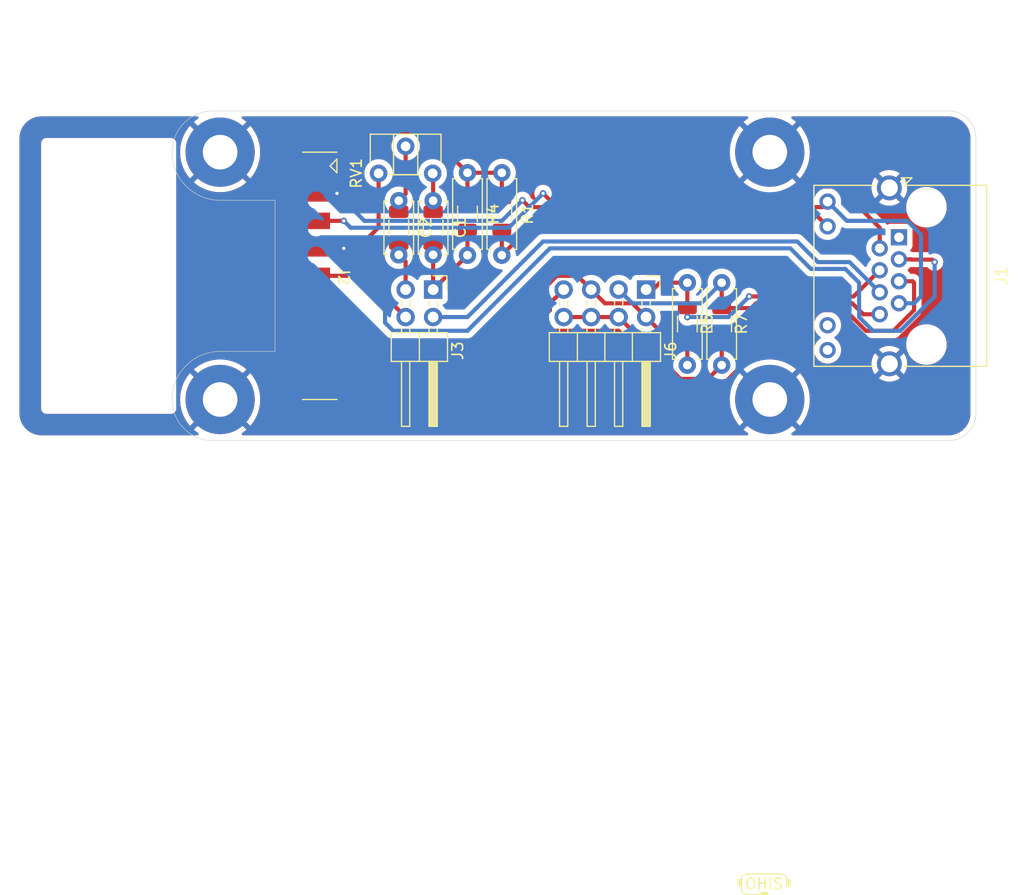
<source format=kicad_pcb>
(kicad_pcb (version 20240108) (generator "pcbnew") (generator_version "8.0")
  (layers (0 "F.Cu" signal) (31 "B.Cu" signal) (34 "B.Paste" user) (35 "F.Paste" user) (36 "B.SilkS" user "B.Silkscreen") (37 "F.SilkS" user "F.Silkscreen") (38 "B.Mask" user) (39 "F.Mask" user) (44 "Edge.Cuts" user))
  (net 0 "")
  (net 1 "Net-(J1-Pad10)")
  (net 2 "~{Radio PTT}")
  (net 3 "Radio Mic Gnd")
  (net 4 "Radio HP Right")
  (net 5 "Radio HP Left")
  (net 6 "HP Left")
  (net 7 "HP Right")
  (net 8 "Net-(C1-Pad1)")
  (net 9 "OHIS Mic+")
  (net 10 "Net-(C2-Pad1)")
  (net 11 "Shield")
  (net 14 "Radio HP Gnd")
  (net 15 "Radio Power Gnd")
  (net 16 "Radio Mic+")
  (net 17 "Radio +V")
  (net 18 "Net-(J3-Pin_1)")
  (net 19 "Net-(J3-Pin_3)")
  (net 20 "Net-(J6-Pin_4)")
  (footprint "Capacitor_THT:C_Disc_D4.7mm_W2.5mm_P5.00mm" (layer "F.Cu") (at 99.06 71.795 -90)
    (property "Reference" "C2" (at 2.5 -2.5 90) (layer "F.SilkS"))
    (property "Value" "10uF")
    (fp_line (start 0.03 1.37) (end 4.97 1.37) (stroke (width 0.12)) (layer "F.SilkS"))
    (fp_line (start 0.03 1.055) (end 0.03 1.37) (stroke (width 0.12)) (layer "F.SilkS"))
    (fp_line (start 4.97 1.055) (end 4.97 1.37) (stroke (width 0.12)) (layer "F.SilkS"))
    (fp_line (start 0.03 -1.37) (end 0.03 -1.055) (stroke (width 0.12)) (layer "F.SilkS"))
    (fp_line (start 0.03 -1.37) (end 4.97 -1.37) (stroke (width 0.12)) (layer "F.SilkS"))
    (fp_line (start 4.97 -1.37) (end 4.97 -1.055) (stroke (width 0.12)) (layer "F.SilkS"))
    (pad "1" thru_hole circle (at 0 0 270) (size 1.6 1.6) (drill 0.8) (layers "*.Cu" "*.Mask") (net 10 "Net-(C2-Pad1)"))
    (pad "2" thru_hole circle (at 5 0 270) (size 1.6 1.6) (drill 0.8) (layers "*.Cu" "*.Mask") (net 19 "Net-(J3-Pin_3)"))
  )
  (footprint "MountingHole:MountingHole_3.2mm_M3_Pad" (layer "F.Cu") (at 133.35 90.17)
    (property "Reference" "H4" (hide yes))
    (property "Value" "MountingHole_Pad")
    (pad "1" thru_hole circle (at 0 0) (size 6.4 6.4) (drill 3.2) (layers "*.Cu" "*.Mask") (net 11 "Shield"))
  )
  (footprint "Resistor_THT:R_Axial_DIN0207_L6.3mm_D2.5mm_P7.62mm_Horizontal" (layer "F.Cu") (at 125.73 79.375 -90)
    (property "Reference" "R6" (hide yes))
    (property "Value" "100R")
    (fp_line (start 0.54 1.37) (end 7.08 1.37) (stroke (width 0.12)) (layer "F.SilkS"))
    (fp_line (start 7.08 1.37) (end 7.08 1.04) (stroke (width 0.12)) (layer "F.SilkS"))
    (fp_line (start 0.54 1.04) (end 0.54 1.37) (stroke (width 0.12)) (layer "F.SilkS"))
    (fp_line (start 0.54 -1.04) (end 0.54 -1.37) (stroke (width 0.12)) (layer "F.SilkS"))
    (fp_line (start 0.54 -1.37) (end 7.08 -1.37) (stroke (width 0.12)) (layer "F.SilkS"))
    (fp_line (start 7.08 -1.37) (end 7.08 -1.04) (stroke (width 0.12)) (layer "F.SilkS"))
    (pad "1" thru_hole circle (at 0 0 270) (size 1.6 1.6) (drill 0.8) (layers "*.Cu" "*.Mask") (net 6 "HP Left"))
    (pad "2" thru_hole oval (at 7.62 0 270) (size 1.6 1.6) (drill 0.8) (layers "*.Cu" "*.Mask") (net 5 "Radio HP Left"))
  )
  (footprint "Connector_PinHeader_2.54mm:PinHeader_2x04_P2.54mm_Horizontal" (layer "F.Cu") (at 121.92 80.01 -90)
    (property "Reference" "J6" (at 5.655 -2.27 90) (layer "F.SilkS"))
    (property "Value" "Speaker Input Config")
    (fp_line (start 3.98 8.95) (end 6.64 8.95) (stroke (width 0.12)) (layer "F.SilkS"))
    (fp_line (start 6.64 8.95) (end 6.64 -1.33) (stroke (width 0.12)) (layer "F.SilkS"))
    (fp_line (start 1.042929 8) (end 1.497071 8) (stroke (width 0.12)) (layer "F.SilkS"))
    (fp_line (start 3.582929 8) (end 3.98 8) (stroke (width 0.12)) (layer "F.SilkS"))
    (fp_line (start 12.64 8) (end 6.64 8) (stroke (width 0.12)) (layer "F.SilkS"))
    (fp_line (start 1.042929 7.24) (end 1.497071 7.24) (stroke (width 0.12)) (layer "F.SilkS"))
    (fp_line (start 3.582929 7.24) (end 3.98 7.24) (stroke (width 0.12)) (layer "F.SilkS"))
    (fp_line (start 6.64 7.24) (end 12.64 7.24) (stroke (width 0.12)) (layer "F.SilkS"))
    (fp_line (start 12.64 7.24) (end 12.64 8) (stroke (width 0.12)) (layer "F.SilkS"))
    (fp_line (start 3.98 6.35) (end 6.64 6.35) (stroke (width 0.12)) (layer "F.SilkS"))
    (fp_line (start 1.042929 5.46) (end 1.497071 5.46) (stroke (width 0.12)) (layer "F.SilkS"))
    (fp_line (start 3.582929 5.46) (end 3.98 5.46) (stroke (width 0.12)) (layer "F.SilkS"))
    (fp_line (start 12.64 5.46) (end 6.64 5.46) (stroke (width 0.12)) (layer "F.SilkS"))
    (fp_line (start 1.042929 4.7) (end 1.497071 4.7) (stroke (width 0.12)) (layer "F.SilkS"))
    (fp_line (start 3.582929 4.7) (end 3.98 4.7) (stroke (width 0.12)) (layer "F.SilkS"))
    (fp_line (start 6.64 4.7) (end 12.64 4.7) (stroke (width 0.12)) (layer "F.SilkS"))
    (fp_line (start 12.64 4.7) (end 12.64 5.46) (stroke (width 0.12)) (layer "F.SilkS"))
    (fp_line (start 3.98 3.81) (end 6.64 3.81) (stroke (width 0.12)) (layer "F.SilkS"))
    (fp_line (start 1.042929 2.92) (end 1.497071 2.92) (stroke (width 0.12)) (layer "F.SilkS"))
    (fp_line (start 3.582929 2.92) (end 3.98 2.92) (stroke (width 0.12)) (layer "F.SilkS"))
    (fp_line (start 12.64 2.92) (end 6.64 2.92) (stroke (width 0.12)) (layer "F.SilkS"))
    (fp_line (start 1.042929 2.16) (end 1.497071 2.16) (stroke (width 0.12)) (layer "F.SilkS"))
    (fp_line (start 3.582929 2.16) (end 3.98 2.16) (stroke (width 0.12)) (layer "F.SilkS"))
    (fp_line (start 6.64 2.16) (end 12.64 2.16) (stroke (width 0.12)) (layer "F.SilkS"))
    (fp_line (start 12.64 2.16) (end 12.64 2.92) (stroke (width 0.12)) (layer "F.SilkS"))
    (fp_line (start 3.98 1.27) (end 6.64 1.27) (stroke (width 0.12)) (layer "F.SilkS"))
    (fp_line (start 1.11 0.38) (end 1.497071 0.38) (stroke (width 0.12)) (layer "F.SilkS"))
    (fp_line (start 3.582929 0.38) (end 3.98 0.38) (stroke (width 0.12)) (layer "F.SilkS"))
    (fp_line (start 12.64 0.38) (end 6.64 0.38) (stroke (width 0.12)) (layer "F.SilkS"))
    (fp_line (start 6.64 0.28) (end 12.64 0.28) (stroke (width 0.12)) (layer "F.SilkS"))
    (fp_line (start 6.64 0.16) (end 12.64 0.16) (stroke (width 0.12)) (layer "F.SilkS"))
    (fp_line (start 6.64 0.04) (end 12.64 0.04) (stroke (width 0.12)) (layer "F.SilkS"))
    (fp_line (start -1.27 0) (end -1.27 -1.27) (stroke (width 0.12)) (layer "F.SilkS"))
    (fp_line (start 6.64 -0.08) (end 12.64 -0.08) (stroke (width 0.12)) (layer "F.SilkS"))
    (fp_line (start 6.64 -0.2) (end 12.64 -0.2) (stroke (width 0.12)) (layer "F.SilkS"))
    (fp_line (start 6.64 -0.32) (end 12.64 -0.32) (stroke (width 0.12)) (layer "F.SilkS"))
    (fp_line (start 1.11 -0.38) (end 1.497071 -0.38) (stroke (width 0.12)) (layer "F.SilkS"))
    (fp_line (start 3.582929 -0.38) (end 3.98 -0.38) (stroke (width 0.12)) (layer "F.SilkS"))
    (fp_line (start 6.64 -0.38) (end 12.64 -0.38) (stroke (width 0.12)) (layer "F.SilkS"))
    (fp_line (start 12.64 -0.38) (end 12.64 0.38) (stroke (width 0.12)) (layer "F.SilkS"))
    (fp_line (start -1.27 -1.27) (end 0 -1.27) (stroke (width 0.12)) (layer "F.SilkS"))
    (fp_line (start 3.98 -1.33) (end 3.98 8.95) (stroke (width 0.12)) (layer "F.SilkS"))
    (fp_line (start 6.64 -1.33) (end 3.98 -1.33) (stroke (width 0.12)) (layer "F.SilkS"))
    (pad "1" thru_hole rect (at 0 0 270) (size 1.7 1.7) (drill 1) (layers "*.Cu" "*.Mask") (net 6 "HP Left"))
    (pad "2" thru_hole oval (at 2.54 0 270) (size 1.7 1.7) (drill 1) (layers "*.Cu" "*.Mask") (net 5 "Radio HP Left"))
    (pad "3" thru_hole oval (at 0 2.54 270) (size 1.7 1.7) (drill 1) (layers "*.Cu" "*.Mask") (net 7 "HP Right"))
    (pad "4" thru_hole oval (at 2.54 2.54 270) (size 1.7 1.7) (drill 1) (layers "*.Cu" "*.Mask") (net 20 "Net-(J6-Pin_4)"))
    (pad "5" thru_hole oval (at 0 5.08 270) (size 1.7 1.7) (drill 1) (layers "*.Cu" "*.Mask") (net 5 "Radio HP Left"))
    (pad "6" thru_hole oval (at 2.54 5.08 270) (size 1.7 1.7) (drill 1) (layers "*.Cu" "*.Mask") (net 20 "Net-(J6-Pin_4)"))
    (pad "7" thru_hole oval (at 0 7.62 270) (size 1.7 1.7) (drill 1) (layers "*.Cu" "*.Mask") (net 4 "Radio HP Right"))
    (pad "8" thru_hole oval (at 2.54 7.62 270) (size 1.7 1.7) (drill 1) (layers "*.Cu" "*.Mask") (net 20 "Net-(J6-Pin_4)"))
  )
  (footprint "Resistor_THT:R_Axial_DIN0207_L6.3mm_D2.5mm_P7.62mm_Horizontal" (layer "F.Cu") (at 105.41 69.215 -90)
    (property "Reference" "R4" (at 3.81 -2.37 90) (layer "F.SilkS"))
    (property "Value" "6.2k")
    (fp_line (start 0.54 1.37) (end 7.08 1.37) (stroke (width 0.12)) (layer "F.SilkS"))
    (fp_line (start 7.08 1.37) (end 7.08 1.04) (stroke (width 0.12)) (layer "F.SilkS"))
    (fp_line (start 0.54 1.04) (end 0.54 1.37) (stroke (width 0.12)) (layer "F.SilkS"))
    (fp_line (start 0.54 -1.04) (end 0.54 -1.37) (stroke (width 0.12)) (layer "F.SilkS"))
    (fp_line (start 0.54 -1.37) (end 7.08 -1.37) (stroke (width 0.12)) (layer "F.SilkS"))
    (fp_line (start 7.08 -1.37) (end 7.08 -1.04) (stroke (width 0.12)) (layer "F.SilkS"))
    (pad "1" thru_hole circle (at 0 0 270) (size 1.6 1.6) (drill 0.8) (layers "*.Cu" "*.Mask") (net 17 "Radio +V"))
    (pad "2" thru_hole oval (at 7.62 0 270) (size 1.6 1.6) (drill 0.8) (layers "*.Cu" "*.Mask") (net 18 "Net-(J3-Pin_1)"))
  )
  (footprint "Resistor_THT:R_Axial_DIN0207_L6.3mm_D2.5mm_P7.62mm_Horizontal" (layer "F.Cu") (at 108.585 69.215 -90)
    (property "Reference" "R1" (at 3.81 -2.37 90) (layer "F.SilkS"))
    (property "Value" "1k")
    (fp_line (start 0.54 1.37) (end 7.08 1.37) (stroke (width 0.12)) (layer "F.SilkS"))
    (fp_line (start 7.08 1.37) (end 7.08 1.04) (stroke (width 0.12)) (layer "F.SilkS"))
    (fp_line (start 0.54 1.04) (end 0.54 1.37) (stroke (width 0.12)) (layer "F.SilkS"))
    (fp_line (start 0.54 -1.04) (end 0.54 -1.37) (stroke (width 0.12)) (layer "F.SilkS"))
    (fp_line (start 0.54 -1.37) (end 7.08 -1.37) (stroke (width 0.12)) (layer "F.SilkS"))
    (fp_line (start 7.08 -1.37) (end 7.08 -1.04) (stroke (width 0.12)) (layer "F.SilkS"))
    (pad "1" thru_hole circle (at 0 0 270) (size 1.6 1.6) (drill 0.8) (layers "*.Cu" "*.Mask") (net 17 "Radio +V"))
    (pad "2" thru_hole oval (at 7.62 0 270) (size 1.6 1.6) (drill 0.8) (layers "*.Cu" "*.Mask") (net 1 "Net-(J1-Pad10)"))
  )
  (footprint "Capacitor_SMD:C_1206_3216Metric" (layer "F.Cu") (at 99.06 74.295 -90)
    (property "Reference" "C4" (hide yes))
    (property "Value" "10uF")
    (fp_line (start -0.711252 0.91) (end 0.711252 0.91) (stroke (width 0.12)) (layer "F.SilkS"))
    (fp_line (start -0.711252 -0.91) (end 0.711252 -0.91) (stroke (width 0.12)) (layer "F.SilkS"))
    (pad "1" smd roundrect (at -1.475 0 270) (size 1.15 1.8) (layers "F.Cu" "F.Paste" "F.Mask") (roundrect_rratio 0.217391) (net 10 "Net-(C2-Pad1)"))
    (pad "2" smd roundrect (at 1.475 0 270) (size 1.15 1.8) (layers "F.Cu" "F.Paste" "F.Mask") (roundrect_rratio 0.217391) (net 19 "Net-(J3-Pin_3)"))
  )
  (footprint "Libraries:Conn_B2B-RA_2.54mm_9pin_LtoR" (layer "F.Cu") (at 90.17 78.74 -90)
    (property "Reference" "J2" (at 0 -3.81 -90) (layer "F.SilkS"))
    (property "Value" "Radio Board")
    (fp_line (start -11.43 0) (end -11.43 -3.175) (stroke (width 0.12)) (layer "F.SilkS"))
    (fp_line (start 11.43 0) (end 11.43 -3.175) (stroke (width 0.12)) (layer "F.SilkS"))
    (fp_line (start -10.16 -2.54) (end -9.525 -3.175) (stroke (width 0.12)) (layer "F.SilkS"))
    (fp_line (start -10.795 -3.175) (end -10.16 -2.54) (stroke (width 0.12)) (layer "F.SilkS"))
    (fp_line (start -9.525 -3.175) (end -10.795 -3.175) (stroke (width 0.12)) (layer "F.SilkS"))
    (pad "1" smd rect (at -10.16 -1.143 270) (size 1.524 2.794) (layers "F.Cu" "F.Paste" "F.Mask") (net 17 "Radio +V"))
    (pad "2" smd rect (at -7.62 -1.143 270) (size 1.524 2.794) (layers "F.Cu" "F.Paste" "F.Mask") (net 15 "Radio Power Gnd"))
    (pad "3" smd rect (at -5.08 -1.143 270) (size 1.524 2.794) (layers "F.Cu" "F.Paste" "F.Mask") (net 2 "~{Radio PTT}"))
    (pad "4" smd rect (at -2.54 -1.143 270) (size 1.524 2.794) (layers "F.Cu" "F.Paste" "F.Mask") (net 3 "Radio Mic Gnd"))
    (pad "5" smd rect (at 0 -1.143 270) (size 1.524 2.794) (layers "F.Cu" "F.Paste" "F.Mask") (net 16 "Radio Mic+"))
    (pad "6" smd rect (at 2.54 -1.143 270) (size 1.524 2.794) (layers "F.Cu" "F.Paste" "F.Mask") (net 5 "Radio HP Left"))
    (pad "7" smd rect (at 5.08 -1.143 270) (size 1.524 2.794) (layers "F.Cu" "F.Paste" "F.Mask") (net 4 "Radio HP Right"))
    (pad "8" smd rect (at 7.62 -1.143 270) (size 1.524 2.794) (layers "F.Cu" "F.Paste" "F.Mask") (net 14 "Radio HP Gnd"))
    (pad "9" smd rect (at 10.16 -1.143 270) (size 1.524 2.794) (layers "F.Cu" "F.Paste" "F.Mask") (net 11 "Shield"))
  )
  (footprint "Capacitor_THT:C_Disc_D4.7mm_W2.5mm_P5.00mm" (layer "F.Cu") (at 102.235 71.795 -90)
    (property "Reference" "C1" (at 2.5 -2.5 90) (layer "F.SilkS"))
    (property "Value" "10uF")
    (fp_line (start 0.03 1.37) (end 4.97 1.37) (stroke (width 0.12)) (layer "F.SilkS"))
    (fp_line (start 0.03 1.055) (end 0.03 1.37) (stroke (width 0.12)) (layer "F.SilkS"))
    (fp_line (start 4.97 1.055) (end 4.97 1.37) (stroke (width 0.12)) (layer "F.SilkS"))
    (fp_line (start 0.03 -1.37) (end 0.03 -1.055) (stroke (width 0.12)) (layer "F.SilkS"))
    (fp_line (start 0.03 -1.37) (end 4.97 -1.37) (stroke (width 0.12)) (layer "F.SilkS"))
    (fp_line (start 4.97 -1.37) (end 4.97 -1.055) (stroke (width 0.12)) (layer "F.SilkS"))
    (pad "1" thru_hole circle (at 0 0 270) (size 1.6 1.6) (drill 0.8) (layers "*.Cu" "*.Mask") (net 8 "Net-(C1-Pad1)"))
    (pad "2" thru_hole circle (at 5 0 270) (size 1.6 1.6) (drill 0.8) (layers "*.Cu" "*.Mask") (net 18 "Net-(J3-Pin_1)"))
  )
  (footprint "Resistor_SMD:R_1206_3216Metric" (layer "F.Cu") (at 108.585 73.025 -90)
    (property "Reference" "R12" (hide yes))
    (property "Value" "1k")
    (fp_line (start -0.727064 0.91) (end 0.727064 0.91) (stroke (width 0.12)) (layer "F.SilkS"))
    (fp_line (start -0.727064 -0.91) (end 0.727064 -0.91) (stroke (width 0.12)) (layer "F.SilkS"))
    (pad "1" smd roundrect (at -1.4625 0 270) (size 1.125 1.75) (layers "F.Cu" "F.Paste" "F.Mask") (roundrect_rratio 0.222222) (net 17 "Radio +V"))
    (pad "2" smd roundrect (at 1.4625 0 270) (size 1.125 1.75) (layers "F.Cu" "F.Paste" "F.Mask") (roundrect_rratio 0.222222) (net 1 "Net-(J1-Pad10)"))
  )
  (footprint "Resistor_SMD:R_1206_3216Metric" (layer "F.Cu") (at 128.905 83.185 -90)
    (property "Reference" "R7" (at 0 -1.82 90) (layer "F.SilkS"))
    (property "Value" "100R")
    (fp_line (start -0.727064 0.91) (end 0.727064 0.91) (stroke (width 0.12)) (layer "F.SilkS"))
    (fp_line (start -0.727064 -0.91) (end 0.727064 -0.91) (stroke (width 0.12)) (layer "F.SilkS"))
    (pad "1" smd roundrect (at -1.4625 0 270) (size 1.125 1.75) (layers "F.Cu" "F.Paste" "F.Mask") (roundrect_rratio 0.222222) (net 7 "HP Right"))
    (pad "2" smd roundrect (at 1.4625 0 270) (size 1.125 1.75) (layers "F.Cu" "F.Paste" "F.Mask") (roundrect_rratio 0.222222) (net 20 "Net-(J6-Pin_4)"))
  )
  (footprint "Connector_PinHeader_2.54mm:PinHeader_2x02_P2.54mm_Horizontal" (layer "F.Cu") (at 102.235 80.01 -90)
    (property "Reference" "J3" (at 5.655 -2.27 90) (layer "F.SilkS"))
    (property "Value" "Dynamic/Electret")
    (fp_line (start 3.98 3.87) (end 6.64 3.87) (stroke (width 0.12)) (layer "F.SilkS"))
    (fp_line (start 6.64 3.87) (end 6.64 -1.33) (stroke (width 0.12)) (layer "F.SilkS"))
    (fp_line (start 1.042929 2.92) (end 1.497071 2.92) (stroke (width 0.12)) (layer "F.SilkS"))
    (fp_line (start 3.582929 2.92) (end 3.98 2.92) (stroke (width 0.12)) (layer "F.SilkS"))
    (fp_line (start 12.64 2.92) (end 6.64 2.92) (stroke (width 0.12)) (layer "F.SilkS"))
    (fp_line (start 1.042929 2.16) (end 1.497071 2.16) (stroke (width 0.12)) (layer "F.SilkS"))
    (fp_line (start 3.582929 2.16) (end 3.98 2.16) (stroke (width 0.12)) (layer "F.SilkS"))
    (fp_line (start 6.64 2.16) (end 12.64 2.16) (stroke (width 0.12)) (layer "F.SilkS"))
    (fp_line (start 12.64 2.16) (end 12.64 2.92) (stroke (width 0.12)) (layer "F.SilkS"))
    (fp_line (start 3.98 1.27) (end 6.64 1.27) (stroke (width 0.12)) (layer "F.SilkS"))
    (fp_line (start 1.11 0.38) (end 1.497071 0.38) (stroke (width 0.12)) (layer "F.SilkS"))
    (fp_line (start 3.582929 0.38) (end 3.98 0.38) (stroke (width 0.12)) (layer "F.SilkS"))
    (fp_line (start 12.64 0.38) (end 6.64 0.38) (stroke (width 0.12)) (layer "F.SilkS"))
    (fp_line (start 6.64 0.28) (end 12.64 0.28) (stroke (width 0.12)) (layer "F.SilkS"))
    (fp_line (start 6.64 0.16) (end 12.64 0.16) (stroke (width 0.12)) (layer "F.SilkS"))
    (fp_line (start 6.64 0.04) (end 12.64 0.04) (stroke (width 0.12)) (layer "F.SilkS"))
    (fp_line (start -1.27 0) (end -1.27 -1.27) (stroke (width 0.12)) (layer "F.SilkS"))
    (fp_line (start 6.64 -0.08) (end 12.64 -0.08) (stroke (width 0.12)) (layer "F.SilkS"))
    (fp_line (start 6.64 -0.2) (end 12.64 -0.2) (stroke (width 0.12)) (layer "F.SilkS"))
    (fp_line (start 6.64 -0.32) (end 12.64 -0.32) (stroke (width 0.12)) (layer "F.SilkS"))
    (fp_line (start 1.11 -0.38) (end 1.497071 -0.38) (stroke (width 0.12)) (layer "F.SilkS"))
    (fp_line (start 3.582929 -0.38) (end 3.98 -0.38) (stroke (width 0.12)) (layer "F.SilkS"))
    (fp_line (start 6.64 -0.38) (end 12.64 -0.38) (stroke (width 0.12)) (layer "F.SilkS"))
    (fp_line (start 12.64 -0.38) (end 12.64 0.38) (stroke (width 0.12)) (layer "F.SilkS"))
    (fp_line (start -1.27 -1.27) (end 0 -1.27) (stroke (width 0.12)) (layer "F.SilkS"))
    (fp_line (start 3.98 -1.33) (end 3.98 3.87) (stroke (width 0.12)) (layer "F.SilkS"))
    (fp_line (start 6.64 -1.33) (end 3.98 -1.33) (stroke (width 0.12)) (layer "F.SilkS"))
    (pad "1" thru_hole rect (at 0 0 270) (size 1.7 1.7) (drill 1) (layers "*.Cu" "*.Mask") (net 18 "Net-(J3-Pin_1)"))
    (pad "2" thru_hole oval (at 2.54 0 270) (size 1.7 1.7) (drill 1) (layers "*.Cu" "*.Mask") (net 9 "OHIS Mic+"))
    (pad "3" thru_hole oval (at 0 2.54 270) (size 1.7 1.7) (drill 1) (layers "*.Cu" "*.Mask") (net 19 "Net-(J3-Pin_3)"))
    (pad "4" thru_hole oval (at 2.54 2.54 270) (size 1.7 1.7) (drill 1) (layers "*.Cu" "*.Mask") (net 16 "Radio Mic+"))
  )
  (footprint "Resistor_SMD:R_1206_3216Metric" (layer "F.Cu") (at 105.41 73.025 -90)
    (property "Reference" "R11" (hide yes))
    (property "Value" "6.2k")
    (fp_line (start -0.727064 0.91) (end 0.727064 0.91) (stroke (width 0.12)) (layer "F.SilkS"))
    (fp_line (start -0.727064 -0.91) (end 0.727064 -0.91) (stroke (width 0.12)) (layer "F.SilkS"))
    (pad "1" smd roundrect (at -1.4625 0 270) (size 1.125 1.75) (layers "F.Cu" "F.Paste" "F.Mask") (roundrect_rratio 0.222222) (net 17 "Radio +V"))
    (pad "2" smd roundrect (at 1.4625 0 270) (size 1.125 1.75) (layers "F.Cu" "F.Paste" "F.Mask") (roundrect_rratio 0.222222) (net 18 "Net-(J3-Pin_1)"))
  )
  (footprint "Resistor_SMD:R_1206_3216Metric" (layer "F.Cu") (at 125.73 83.185 -90)
    (property "Reference" "R5" (at 0 -1.82 90) (layer "F.SilkS"))
    (property "Value" "100R")
    (fp_line (start -0.727064 0.91) (end 0.727064 0.91) (stroke (width 0.12)) (layer "F.SilkS"))
    (fp_line (start -0.727064 -0.91) (end 0.727064 -0.91) (stroke (width 0.12)) (layer "F.SilkS"))
    (pad "1" smd roundrect (at -1.4625 0 270) (size 1.125 1.75) (layers "F.Cu" "F.Paste" "F.Mask") (roundrect_rratio 0.222222) (net 6 "HP Left"))
    (pad "2" smd roundrect (at 1.4625 0 270) (size 1.125 1.75) (layers "F.Cu" "F.Paste" "F.Mask") (roundrect_rratio 0.222222) (net 5 "Radio HP Left"))
  )
  (footprint "Resistor_THT:R_Axial_DIN0207_L6.3mm_D2.5mm_P7.62mm_Horizontal" (layer "F.Cu") (at 128.905 86.995 90)
    (property "Reference" "R8" (hide yes))
    (property "Value" "100R")
    (fp_line (start 7.08 -1.37) (end 7.08 -1.04) (stroke (width 0.12)) (layer "F.SilkS"))
    (fp_line (start 0.54 -1.37) (end 7.08 -1.37) (stroke (width 0.12)) (layer "F.SilkS"))
    (fp_line (start 0.54 -1.04) (end 0.54 -1.37) (stroke (width 0.12)) (layer "F.SilkS"))
    (fp_line (start 0.54 1.04) (end 0.54 1.37) (stroke (width 0.12)) (layer "F.SilkS"))
    (fp_line (start 7.08 1.37) (end 7.08 1.04) (stroke (width 0.12)) (layer "F.SilkS"))
    (fp_line (start 0.54 1.37) (end 7.08 1.37) (stroke (width 0.12)) (layer "F.SilkS"))
    (pad "1" thru_hole circle (at 0 0 90) (size 1.6 1.6) (drill 0.8) (layers "*.Cu" "*.Mask") (net 20 "Net-(J6-Pin_4)"))
    (pad "2" thru_hole oval (at 7.62 0 90) (size 1.6 1.6) (drill 0.8) (layers "*.Cu" "*.Mask") (net 7 "HP Right"))
  )
  (footprint "Potentiometer_THT:Potentiometer_Piher_PT-6-H_Horizontal" (layer "F.Cu") (at 97.195 69.27 90)
    (property "Reference" "RV1" (at 0 -2.06 -90) (layer "F.SilkS"))
    (property "Value" "1k")
    (fp_line (start 3.62 -0.77) (end 3.62 5.77) (stroke (width 0.12)) (layer "F.SilkS"))
    (fp_line (start 0.925 -0.77) (end 3.62 -0.77) (stroke (width 0.12)) (layer "F.SilkS"))
    (fp_line (start -0.121 1.066) (end -0.121 3.935) (stroke (width 0.12)) (layer "F.SilkS"))
    (fp_line (start 3.62 1.38) (end 3.62 3.62) (stroke (width 0.12)) (layer "F.SilkS"))
    (fp_line (start -0.121 1.38) (end 3.62 1.38) (stroke (width 0.12)) (layer "F.SilkS"))
    (fp_line (start -0.121 1.38) (end -0.121 3.62) (stroke (width 0.12)) (layer "F.SilkS"))
    (fp_line (start -0.121 3.62) (end 3.62 3.62) (stroke (width 0.12)) (layer "F.SilkS"))
    (fp_line (start 0.925 5.77) (end 3.62 5.77) (stroke (width 0.12)) (layer "F.SilkS"))
    (pad "1" thru_hole circle (at 0 0 90) (size 1.62 1.62) (drill 0.9) (layers "*.Cu" "*.Mask") (net 3 "Radio Mic Gnd"))
    (pad "2" thru_hole circle (at 2.5 2.5 90) (size 1.62 1.62) (drill 0.9) (layers "*.Cu" "*.Mask") (net 10 "Net-(C2-Pad1)"))
    (pad "3" thru_hole circle (at 0 5 90) (size 1.62 1.62) (drill 0.9) (layers "*.Cu" "*.Mask") (net 8 "Net-(C1-Pad1)"))
  )
  (footprint "Connector_RJ:RJ45_Amphenol_RJHSE538X" (layer "F.Cu") (at 145.29 75.18 -90)
    (property "Reference" "J1" (at 3.56 -9.5 90) (layer "F.SilkS"))
    (property "Value" "OHIS RJ45" (hide yes))
    (fp_line (start -4.805 7.86) (end 11.925 7.86) (stroke (width 0.12)) (layer "F.SilkS"))
    (fp_line (start -4.805 7.86) (end -4.805 2.3) (stroke (width 0.12)) (layer "F.SilkS"))
    (fp_line (start 11.925 7.86) (end 11.925 2.3) (stroke (width 0.12)) (layer "F.SilkS"))
    (fp_line (start -5.5 -0.2) (end -5.5 -1.2) (stroke (width 0.12)) (layer "F.SilkS"))
    (fp_line (start -5 -0.7) (end -5.5 -0.2) (stroke (width 0.12)) (layer "F.SilkS"))
    (fp_line (start -5.5 -1.2) (end -5 -0.7) (stroke (width 0.12)) (layer "F.SilkS"))
    (fp_line (start -4.805 -8.11) (end -4.805 -0.5) (stroke (width 0.12)) (layer "F.SilkS"))
    (fp_line (start -4.805 -8.11) (end 11.925 -8.11) (stroke (width 0.12)) (layer "F.SilkS"))
    (fp_line (start 11.925 -8.11) (end 11.925 -0.5) (stroke (width 0.12)) (layer "F.SilkS"))
    (pad "" np_thru_hole circle (at -2.79 -2.54 270) (size 3.25 3.25) (drill 3.25) (layers "*.Cu" "*.Mask"))
    (pad "" np_thru_hole circle (at 9.91 -2.54 270) (size 3.25 3.25) (drill 3.25) (layers "*.Cu" "*.Mask"))
    (pad "1" thru_hole rect (at 0 0 270) (size 1.5 1.5) (drill 0.89) (layers "*.Cu" "*.Mask"))
    (pad "2" thru_hole circle (at 1.016 1.78 270) (size 1.5 1.5) (drill 0.89) (layers "*.Cu" "*.Mask") (net 2 "~{Radio PTT}"))
    (pad "3" thru_hole circle (at 2.032 0 270) (size 1.5 1.5) (drill 0.89) (layers "*.Cu" "*.Mask") (net 3 "Radio Mic Gnd"))
    (pad "4" thru_hole circle (at 3.048 1.78 270) (size 1.5 1.5) (drill 0.89) (layers "*.Cu" "*.Mask") (net 6 "HP Left"))
    (pad "5" thru_hole circle (at 4.064 0 270) (size 1.5 1.5) (drill 0.89) (layers "*.Cu" "*.Mask") (net 14 "Radio HP Gnd"))
    (pad "6" thru_hole circle (at 5.08 1.78 270) (size 1.5 1.5) (drill 0.89) (layers "*.Cu" "*.Mask") (net 9 "OHIS Mic+"))
    (pad "7" thru_hole circle (at 6.096 0 270) (size 1.5 1.5) (drill 0.89) (layers "*.Cu" "*.Mask") (net 15 "Radio Power Gnd"))
    (pad "8" thru_hole circle (at 7.112 1.78 270) (size 1.5 1.5) (drill 0.89) (layers "*.Cu" "*.Mask") (net 7 "HP Right"))
    (pad "9" thru_hole circle (at -3.3 6.6 270) (size 1.5 1.5) (drill 0.89) (layers "*.Cu" "*.Mask") (net 15 "Radio Power Gnd"))
    (pad "10" thru_hole circle (at -1.01 6.6 270) (size 1.5 1.5) (drill 0.89) (layers "*.Cu" "*.Mask") (net 1 "Net-(J1-Pad10)"))
    (pad "11" thru_hole circle (at 8.13 6.6 270) (size 1.5 1.5) (drill 0.89) (layers "*.Cu" "*.Mask"))
    (pad "12" thru_hole circle (at 10.42 6.6 270) (size 1.5 1.5) (drill 0.89) (layers "*.Cu" "*.Mask"))
    (pad "SH" thru_hole circle (at -4.57 0.89 270) (size 2.3 2.3) (drill 1.57) (layers "*.Cu" "*.Mask") (net 11 "Shield"))
    (pad "SH" thru_hole circle (at 11.69 0.89 270) (size 2.3 2.3) (drill 1.57) (layers "*.Cu" "*.Mask") (net 11 "Shield"))
  )
  (footprint "Capacitor_SMD:C_1206_3216Metric" (layer "F.Cu") (at 102.235 74.295 -90)
    (property "Reference" "C3" (hide yes))
    (property "Value" "10uF")
    (fp_line (start -0.711252 0.91) (end 0.711252 0.91) (stroke (width 0.12)) (layer "F.SilkS"))
    (fp_line (start -0.711252 -0.91) (end 0.711252 -0.91) (stroke (width 0.12)) (layer "F.SilkS"))
    (pad "1" smd roundrect (at -1.475 0 270) (size 1.15 1.8) (layers "F.Cu" "F.Paste" "F.Mask") (roundrect_rratio 0.217391) (net 8 "Net-(C1-Pad1)"))
    (pad "2" smd roundrect (at 1.475 0 270) (size 1.15 1.8) (layers "F.Cu" "F.Paste" "F.Mask") (roundrect_rratio 0.217391) (net 18 "Net-(J3-Pin_1)"))
  )
  (footprint "MountingHole:MountingHole_3.2mm_M3_Pad" (layer "F.Cu") (at 82.55 67.31)
    (property "Reference" "H1" (hide yes))
    (property "Value" "MountingHole_Pad")
    (pad "1" thru_hole circle (at 0 0) (size 6.4 6.4) (drill 3.2) (layers "*.Cu" "*.Mask") (net 11 "Shield"))
  )
  (footprint "MountingHole:MountingHole_3.2mm_M3_Pad" (layer "F.Cu") (at 82.55 90.17)
    (property "Reference" "H2" (hide yes))
    (property "Value" "MountingHole_Pad")
    (pad "1" thru_hole circle (at 0 0) (size 6.4 6.4) (drill 3.2) (layers "*.Cu" "*.Mask") (net 11 "Shield"))
  )
  (footprint "OHIS:Logo_OHIS_Small" (layer "F.Cu") (at 132.83 134.93)
    (property "Reference" "G1" (hide yes))
    (property "Value" "Board_Artwork" (hide yes))
    (fp_line (start -2.1 -0.4) (end -2.1 0.5) (stroke (width 0.12)) (layer "F.SilkS"))
    (fp_line (start -1.6 1) (end 0.3 1) (stroke (width 0.12)) (layer "F.SilkS"))
    (fp_line (start 1.6 -0.9) (end -1.6 -0.9) (stroke (width 0.12)) (layer "F.SilkS"))
    (fp_rect (start -2.1 0.2) (end -2.4 -0.4) (stroke (width 0.12)) (fill solid) (layer "F.SilkS"))
    (fp_rect (start 0.3 1) (end -0.3 0.8) (stroke (width 0.12)) (fill solid) (layer "F.SilkS"))
    (fp_rect (start 2.4 0.2) (end 2.1 -0.4) (stroke (width 0.12)) (fill solid) (layer "F.SilkS"))
    (fp_arc (start -2.1 -0.4) (mid -1.953553 -0.753553) (end -1.6 -0.9) (stroke (width 0.12)) (layer "F.SilkS"))
    (fp_arc (start -1.6 1) (mid -1.953553 0.853553) (end -2.1 0.5) (stroke (width 0.12)) (layer "F.SilkS"))
    (fp_arc (start 1.6 -0.9) (mid 1.953553 -0.753553) (end 2.1 -0.4) (stroke (width 0.12)) (layer "F.SilkS"))
    (fp_text user "OHIS" (at 0 0 0) (layer "F.SilkS"))
  )
  (footprint "MountingHole:MountingHole_3.2mm_M3_Pad" (layer "F.Cu") (at 133.35 67.31)
    (property "Reference" "H3" (hide yes))
    (property "Value" "MountingHole_Pad")
    (pad "1" thru_hole circle (at 0 0) (size 6.4 6.4) (drill 3.2) (layers "*.Cu" "*.Mask") (net 11 "Shield"))
  )
  (gr_line (start 87.63 85.725) (end 82.55 85.725) (stroke (width 0.05)) (layer "Edge.Cuts"))
  (gr_arc (start 78.105 90.17) (mid 79.40691 87.02691) (end 82.55 85.725) (stroke (width 0.05)) (layer "Edge.Cuts"))
  (gr_line (start 87.63 71.755) (end 87.63 85.725) (stroke (width 0.05)) (layer "Edge.Cuts"))
  (gr_line (start 81.915 93.98) (end 149.86 93.98) (stroke (width 0.05)) (layer "Edge.Cuts"))
  (gr_arc (start 78.105 67.31) (mid 79.220923 64.615923) (end 81.915 63.5) (stroke (width 0.05)) (layer "Edge.Cuts"))
  (gr_line (start 149.86 63.5) (end 81.915 63.5) (stroke (width 0.05)) (layer "Edge.Cuts"))
  (gr_arc (start 81.915 93.98) (mid 79.220923 92.864077) (end 78.105 90.17) (stroke (width 0.05)) (layer "Edge.Cuts"))
  (gr_line (start 152.4 91.44) (end 152.4 66.04) (stroke (width 0.05)) (layer "Edge.Cuts"))
  (gr_line (start 82.55 71.755) (end 87.63 71.755) (stroke (width 0.05)) (layer "Edge.Cuts"))
  (gr_arc (start 149.86 63.5) (mid 151.656051 64.243949) (end 152.4 66.04) (stroke (width 0.05)) (layer "Edge.Cuts"))
  (gr_arc (start 152.4 91.44) (mid 151.656051 93.236051) (end 149.86 93.98) (stroke (width 0.05)) (layer "Edge.Cuts"))
  (gr_arc (start 82.55 71.755) (mid 79.40691 70.45309) (end 78.105 67.31) (stroke (width 0.05)) (layer "Edge.Cuts"))
  (segment (start 108.585 74.4875) (end 108.585 76.835) (width 0.381) (layer "F.Cu") (net 1))
  (segment (start 137.545 73.025) (end 138.69 74.17) (width 0.381) (layer "F.Cu") (net 1))
  (segment (start 112.395 73.025) (end 137.545 73.025) (width 0.381) (layer "F.Cu") (net 1))
  (segment (start 108.585 76.835) (end 112.395 73.025) (width 0.381) (layer "F.Cu") (net 1))
  (segment (start 143.51 76.196) (end 143.51 74.295) (width 0.381) (layer "F.Cu") (net 2))
  (segment (start 137.795 70.485) (end 136.525 71.755) (width 0.381) (layer "F.Cu") (net 2))
  (segment (start 139.7 70.485) (end 137.795 70.485) (width 0.381) (layer "F.Cu") (net 2))
  (segment (start 136.525 71.755) (end 113.03 71.755) (width 0.381) (layer "F.Cu") (net 2))
  (segment (start 143.51 74.295) (end 139.7 70.485) (width 0.381) (layer "F.Cu") (net 2))
  (segment (start 91.313 73.66) (end 93.98 73.66) (width 0.381) (layer "F.Cu") (net 2))
  (segment (start 113.03 71.755) (end 112.395 71.12) (width 0.381) (layer "F.Cu") (net 2))
  (via (at 112.395 71.12) (size 0.6) (drill 0.3) (layers "F.Cu" "B.Cu") (net 2))
  (via (at 93.98 73.66) (size 0.6) (drill 0.3) (layers "F.Cu" "B.Cu") (net 2))
  (segment (start 109.22 74.295) (end 112.395 71.12) (width 0.381) (layer "B.Cu") (net 2))
  (segment (start 93.98 73.66) (end 94.615 74.295) (width 0.381) (layer "B.Cu") (net 2))
  (segment (start 94.615 74.295) (end 109.22 74.295) (width 0.381) (layer "B.Cu") (net 2))
  (segment (start 148.59 77.47) (end 148.362774 77.242774) (width 0.381) (layer "F.Cu") (net 3))
  (segment (start 146.427 77.212) (end 145.29 77.212) (width 0.381) (layer "F.Cu") (net 3))
  (segment (start 95.25 76.2) (end 97.195 74.255) (width 0.381) (layer "F.Cu") (net 3))
  (segment (start 146.457774 77.242774) (end 146.427 77.212) (width 0.381) (layer "F.Cu") (net 3))
  (segment (start 91.313 76.2) (end 93.98 76.2) (width 0.381) (layer "F.Cu") (net 3))
  (segment (start 148.362774 77.242774) (end 146.457774 77.242774) (width 0.381) (layer "F.Cu") (net 3))
  (segment (start 93.98 76.2) (end 95.25 76.2) (width 0.381) (layer "F.Cu") (net 3))
  (segment (start 97.195 74.255) (end 97.195 69.27) (width 0.381) (layer "F.Cu") (net 3))
  (via (at 148.59 77.47) (size 0.6) (drill 0.3) (layers "F.Cu" "B.Cu") (net 3))
  (via (at 93.98 76.2) (size 0.6) (drill 0.3) (layers "F.Cu" "B.Cu") (net 3))
  (segment (start 142.875 83.82) (end 145.415 83.82) (width 0.381) (layer "B.Cu") (net 3))
  (segment (start 93.98 76.2) (end 93.98 76.835) (width 0.381) (layer "B.Cu") (net 3))
  (segment (start 105.41 83.82) (end 113.03 76.2) (width 0.381) (layer "B.Cu") (net 3))
  (segment (start 98.546168 83.82) (end 105.41 83.82) (width 0.381) (layer "B.Cu") (net 3))
  (segment (start 97.79 80.645) (end 97.79 83.063832) (width 0.381) (layer "B.Cu") (net 3))
  (segment (start 141.605 82.55) (end 142.875 83.82) (width 0.381) (layer "B.Cu") (net 3))
  (segment (start 141.605 79.375) (end 141.605 82.55) (width 0.381) (layer "B.Cu") (net 3))
  (segment (start 145.415 83.82) (end 148.59 80.645) (width 0.381) (layer "B.Cu") (net 3))
  (segment (start 97.79 83.063832) (end 98.546168 83.82) (width 0.381) (layer "B.Cu") (net 3))
  (segment (start 113.03 76.2) (end 135.255 76.2) (width 0.381) (layer "B.Cu") (net 3))
  (segment (start 135.255 76.2) (end 137.16 78.105) (width 0.381) (layer "B.Cu") (net 3))
  (segment (start 140.335 78.105) (end 141.605 79.375) (width 0.381) (layer "B.Cu") (net 3))
  (segment (start 93.98 76.835) (end 97.79 80.645) (width 0.381) (layer "B.Cu") (net 3))
  (segment (start 148.59 80.645) (end 148.59 77.47) (width 0.381) (layer "B.Cu") (net 3))
  (segment (start 137.16 78.105) (end 140.335 78.105) (width 0.381) (layer "B.Cu") (net 3))
  (segment (start 113.03 81.915) (end 113.03 81.28) (width 0.381) (layer "F.Cu") (net 4))
  (segment (start 93.345 83.82) (end 96.52 86.995) (width 0.381) (layer "F.Cu") (net 4))
  (segment (start 91.313 83.82) (end 93.345 83.82) (width 0.381) (layer "F.Cu") (net 4))
  (segment (start 96.52 86.995) (end 107.95 86.995) (width 0.381) (layer "F.Cu") (net 4))
  (segment (start 113.03 81.28) (end 114.3 80.01) (width 0.381) (layer "F.Cu") (net 4))
  (segment (start 107.95 86.995) (end 113.03 81.915) (width 0.381) (layer "F.Cu") (net 4))
  (segment (start 93.345 81.28) (end 98.425 86.36) (width 0.381) (layer "F.Cu") (net 5))
  (segment (start 125.73 84.6475) (end 124.0175 84.6475) (width 0.381) (layer "F.Cu") (net 5))
  (segment (start 107.315 86.36) (end 112.395 81.28) (width 0.381) (layer "F.Cu") (net 5))
  (segment (start 124.0175 84.6475) (end 121.92 82.55) (width 0.381) (layer "F.Cu") (net 5))
  (segment (start 120.65 81.28) (end 118.11 81.28) (width 0.381) (layer "F.Cu") (net 5))
  (segment (start 112.395 80.01) (end 113.665 78.74) (width 0.381) (layer "F.Cu") (net 5))
  (segment (start 98.425 86.36) (end 107.315 86.36) (width 0.381) (layer "F.Cu") (net 5))
  (segment (start 118.11 81.28) (end 116.84 80.01) (width 0.381) (layer "F.Cu") (net 5))
  (segment (start 113.665 78.74) (end 115.57 78.74) (width 0.381) (layer "F.Cu") (net 5))
  (segment (start 115.57 78.74) (end 116.84 80.01) (width 0.381) (layer "F.Cu") (net 5))
  (segment (start 121.92 82.55) (end 120.65 81.28) (width 0.381) (layer "F.Cu") (net 5))
  (segment (start 91.313 81.28) (end 93.345 81.28) (width 0.381) (layer "F.Cu") (net 5))
  (segment (start 112.395 81.28) (end 112.395 80.01) (width 0.381) (layer "F.Cu") (net 5))
  (segment (start 125.73 86.995) (end 125.73 84.6475) (width 0.381) (layer "F.Cu") (net 5))
  (segment (start 125.73 81.7225) (end 125.73 82.55) (width 0.381) (layer "F.Cu") (net 6))
  (segment (start 141.093 80.645) (end 143.51 78.228) (width 0.381) (layer "F.Cu") (net 6))
  (segment (start 125.73 81.7225) (end 125.73 79.375) (width 0.381) (layer "F.Cu") (net 6))
  (segment (start 121.92 80.01) (end 122.555 80.01) (width 0.381) (layer "F.Cu") (net 6))
  (segment (start 123.19 79.375) (end 125.73 79.375) (width 0.381) (layer "F.Cu") (net 6))
  (segment (start 122.555 80.01) (end 123.19 79.375) (width 0.381) (layer "F.Cu") (net 6))
  (segment (start 131.445 80.645) (end 141.093 80.645) (width 0.381) (layer "F.Cu") (net 6))
  (via (at 125.73 82.55) (size 0.6) (drill 0.3) (layers "F.Cu" "B.Cu") (net 6))
  (via (at 131.445 80.645) (size 0.6) (drill 0.3) (layers "F.Cu" "B.Cu") (net 6))
  (segment (start 129.54 82.55) (end 125.73 82.55) (width 0.381) (layer "B.Cu") (net 6))
  (segment (start 131.445 80.645) (end 129.54 82.55) (width 0.381) (layer "B.Cu") (net 6))
  (segment (start 143.51 82.292) (end 141.982 82.292) (width 0.381) (layer "F.Cu") (net 7))
  (segment (start 128.905 81.7225) (end 128.905 79.375) (width 0.381) (layer "F.Cu") (net 7))
  (segment (start 131.6375 81.7225) (end 128.905 81.7225) (width 0.381) (layer "F.Cu") (net 7))
  (segment (start 141.982 82.292) (end 140.97 81.28) (width 0.381) (layer "F.Cu") (net 7))
  (segment (start 140.97 81.28) (end 132.08 81.28) (width 0.381) (layer "F.Cu") (net 7))
  (segment (start 132.08 81.28) (end 131.6375 81.7225) (width 0.381) (layer "F.Cu") (net 7))
  (segment (start 120.65 81.28) (end 127 81.28) (width 0.381) (layer "B.Cu") (net 7))
  (segment (start 119.38 80.01) (end 120.65 81.28) (width 0.381) (layer "B.Cu") (net 7))
  (segment (start 127 81.28) (end 128.905 79.375) (width 0.381) (layer "B.Cu") (net 7))
  (segment (start 102.235 72.82) (end 102.235 71.795) (width 0.381) (layer "F.Cu") (net 8))
  (segment (start 102.235 69.31) (end 102.195 69.27) (width 0.381) (layer "F.Cu") (net 8))
  (segment (start 102.235 71.795) (end 102.235 69.31) (width 0.381) (layer "F.Cu") (net 8))
  (segment (start 135.89 75.565) (end 137.795 77.47) (width 0.381) (layer "B.Cu") (net 9))
  (segment (start 105.41 82.55) (end 112.395 75.565) (width 0.381) (layer "B.Cu") (net 9))
  (segment (start 112.395 75.565) (end 135.89 75.565) (width 0.381) (layer "B.Cu") (net 9))
  (segment (start 140.72 77.47) (end 143.51 80.26) (width 0.381) (layer "B.Cu") (net 9))
  (segment (start 102.235 82.55) (end 105.41 82.55) (width 0.381) (layer "B.Cu") (net 9))
  (segment (start 137.795 77.47) (end 140.72 77.47) (width 0.381) (layer "B.Cu") (net 9))
  (segment (start 99.695 66.77) (end 99.695 71.16) (width 0.381) (layer "F.Cu") (net 10))
  (segment (start 99.695 71.16) (end 99.06 71.795) (width 0.381) (layer "F.Cu") (net 10))
  (segment (start 131.445 83.185) (end 131.445 86.36) (width 0.381) (layer "F.Cu") (net 14))
  (segment (start 146.685 79.375) (end 146.685 81.915) (width 0.381) (layer "F.Cu") (net 14))
  (segment (start 140.335 81.915) (end 132.715 81.915) (width 0.381) (layer "F.Cu") (net 14))
  (segment (start 119.38 83.82) (end 112.395 83.82) (width 0.381) (layer "F.Cu") (net 14))
  (segment (start 146.685 81.915) (end 144.78 83.82) (width 0.381) (layer "F.Cu") (net 14))
  (segment (start 124.46 88.9) (end 119.38 83.82) (width 0.381) (layer "F.Cu") (net 14))
  (segment (start 144.78 83.82) (end 142.24 83.82) (width 0.381) (layer "F.Cu") (net 14))
  (segment (start 146.554 79.244) (end 146.685 79.375) (width 0.381) (layer "F.Cu") (net 14))
  (segment (start 132.715 81.915) (end 131.445 83.185) (width 0.381) (layer "F.Cu") (net 14))
  (segment (start 108.639 87.576) (end 94.615 87.576) (width 0.381) (layer "F.Cu") (net 14))
  (segment (start 142.24 83.82) (end 140.335 81.915) (width 0.381) (layer "F.Cu") (net 14))
  (segment (start 131.445 86.36) (end 128.905 88.9) (width 0.381) (layer "F.Cu") (net 14))
  (segment (start 128.905 88.9) (end 124.46 88.9) (width 0.381) (layer "F.Cu") (net 14))
  (segment (start 93.399 86.36) (end 91.313 86.36) (width 0.381) (layer "F.Cu") (net 14))
  (segment (start 145.29 79.244) (end 146.554 79.244) (width 0.381) (layer "F.Cu") (net 14))
  (segment (start 94.615 87.576) (end 93.399 86.36) (width 0.381) (layer "F.Cu") (net 14))
  (segment (start 112.395 83.82) (end 108.639 87.576) (width 0.381) (layer "F.Cu") (net 14))
  (segment (start 111.125 72.39) (end 138.18 72.39) (width 0.381) (layer "F.Cu") (net 15))
  (segment (start 110.49 71.755) (end 111.125 72.39) (width 0.381) (layer "F.Cu") (net 15))
  (segment (start 138.18 72.39) (end 138.69 71.88) (width 0.381) (layer "F.Cu") (net 15))
  (segment (start 91.313 71.12) (end 93.345 71.12) (width 0.381) (layer "F.Cu") (net 15))
  (via (at 93.345 71.12) (size 0.6) (drill 0.3) (layers "F.Cu" "B.Cu") (net 15))
  (via (at 110.49 71.755) (size 0.6) (drill 0.3) (layers "F.Cu" "B.Cu") (net 15))
  (segment (start 147.32 80.645) (end 147.32 74.93) (width 0.381) (layer "B.Cu") (net 15))
  (segment (start 147.32 74.93) (end 146.05 73.66) (width 0.381) (layer "B.Cu") (net 15))
  (segment (start 93.345 71.12) (end 95.885 73.66) (width 0.381) (layer "B.Cu") (net 15))
  (segment (start 95.885 73.66) (end 108.585 73.66) (width 0.381) (layer "B.Cu") (net 15))
  (segment (start 146.689 81.276) (end 147.32 80.645) (width 0.381) (layer "B.Cu") (net 15))
  (segment (start 145.29 81.276) (end 146.689 81.276) (width 0.381) (layer "B.Cu") (net 15))
  (segment (start 146.05 73.66) (end 140.47 73.66) (width 0.381) (layer "B.Cu") (net 15))
  (segment (start 140.47 73.66) (end 138.69 71.88) (width 0.381) (layer "B.Cu") (net 15))
  (segment (start 108.585 73.66) (end 110.49 71.755) (width 0.381) (layer "B.Cu") (net 15))
  (segment (start 95.885 78.74) (end 91.313 78.74) (width 0.381) (layer "F.Cu") (net 16))
  (segment (start 99.695 82.55) (end 95.885 78.74) (width 0.381) (layer "F.Cu") (net 16))
  (segment (start 101.6 65.405) (end 105.41 69.215) (width 0.381) (layer "F.Cu") (net 17))
  (segment (start 93.98 68.58) (end 97.155 65.405) (width 0.381) (layer "F.Cu") (net 17))
  (segment (start 108.585 69.215) (end 108.585 71.5625) (width 0.381) (layer "F.Cu") (net 17))
  (segment (start 91.313 68.58) (end 93.98 68.58) (width 0.381) (layer "F.Cu") (net 17))
  (segment (start 105.41 69.215) (end 105.41 71.5625) (width 0.381) (layer "F.Cu") (net 17))
  (segment (start 97.155 65.405) (end 101.6 65.405) (width 0.381) (layer "F.Cu") (net 17))
  (segment (start 105.41 69.215) (end 108.585 69.215) (width 0.381) (layer "F.Cu") (net 17))
  (segment (start 105.41 76.835) (end 102.235 80.01) (width 0.381) (layer "F.Cu") (net 18))
  (segment (start 105.41 74.4875) (end 105.41 76.835) (width 0.381) (layer "F.Cu") (net 18))
  (segment (start 102.235 80.01) (end 102.235 76.795) (width 0.381) (layer "F.Cu") (net 18))
  (segment (start 99.695 77.43) (end 99.06 76.795) (width 0.381) (layer "F.Cu") (net 19))
  (segment (start 99.695 80.01) (end 99.695 77.43) (width 0.381) (layer "F.Cu") (net 19))
  (segment (start 127.635 88.265) (end 128.905 86.995) (width 0.381) (layer "F.Cu") (net 20))
  (segment (start 125.095 88.265) (end 127.635 88.265) (width 0.381) (layer "F.Cu") (net 20))
  (segment (start 119.38 82.55) (end 125.095 88.265) (width 0.381) (layer "F.Cu") (net 20))
  (segment (start 116.84 82.55) (end 119.38 82.55) (width 0.381) (layer "F.Cu") (net 20))
  (segment (start 128.905 86.995) (end 128.905 84.6475) (width 0.381) (layer "F.Cu") (net 20))
  (segment (start 114.3 82.55) (end 116.84 82.55) (width 0.381) (layer "F.Cu") (net 20))
  (zone (net 11) (net_name "Shield") (layers "F&B.Cu") (connect_pads (clearance 0.5)) (min_thickness 0.25) (fill yes (thermal_gap 0.5) (thermal_bridge_width 0.5))
    (polygon (pts (xy 62.865 62.865) (xy 153.035 62.865) (xy 153.035 94.615) (xy 62.865 94.615)))
  )
)
</source>
